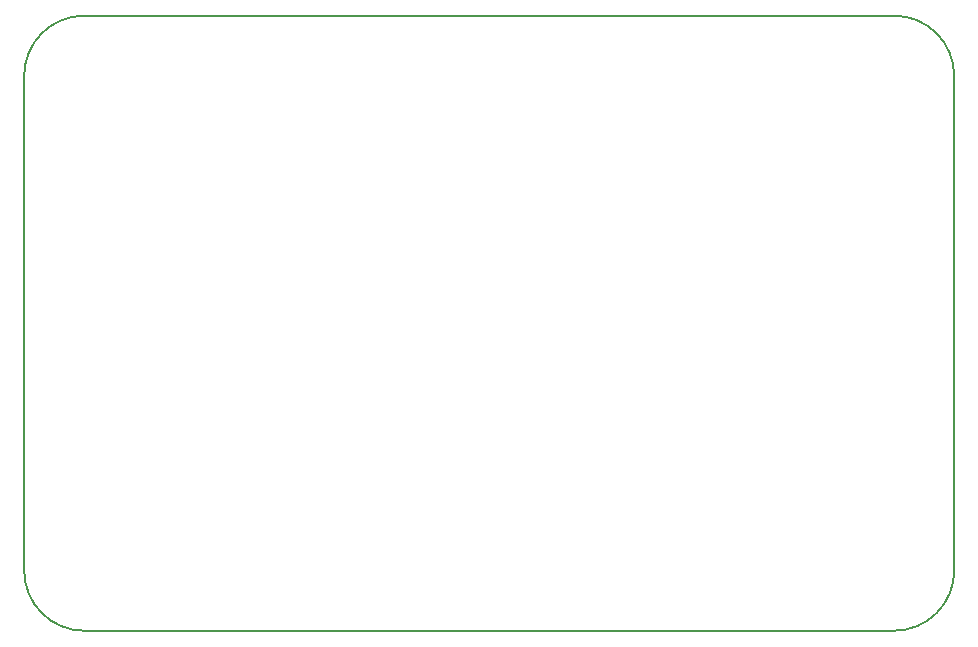
<source format=gbr>
%TF.GenerationSoftware,KiCad,Pcbnew,(6.0.0)*%
%TF.CreationDate,2022-01-26T18:23:26-07:00*%
%TF.ProjectId,PantryLights,50616e74-7279-44c6-9967-6874732e6b69,rev?*%
%TF.SameCoordinates,Original*%
%TF.FileFunction,Profile,NP*%
%FSLAX46Y46*%
G04 Gerber Fmt 4.6, Leading zero omitted, Abs format (unit mm)*
G04 Created by KiCad (PCBNEW (6.0.0)) date 2022-01-26 18:23:26*
%MOMM*%
%LPD*%
G01*
G04 APERTURE LIST*
%TA.AperFunction,Profile*%
%ADD10C,0.150000*%
%TD*%
G04 APERTURE END LIST*
D10*
X109930000Y-69560001D02*
G75*
G03*
X104850000Y-74640000I-1J-5079999D01*
G01*
X183589999Y-74640000D02*
G75*
G03*
X178510000Y-69560000I-5079999J1D01*
G01*
X104850001Y-116550000D02*
G75*
G03*
X109930000Y-121630000I5079999J-1D01*
G01*
X183590000Y-74640000D02*
X183590000Y-116550000D01*
X178510000Y-121630000D02*
X109930000Y-121630000D01*
X178510000Y-121629999D02*
G75*
G03*
X183590000Y-116550000I1J5079999D01*
G01*
X104850000Y-116550000D02*
X104850000Y-74640000D01*
X109930000Y-69560000D02*
X178510000Y-69560000D01*
M02*

</source>
